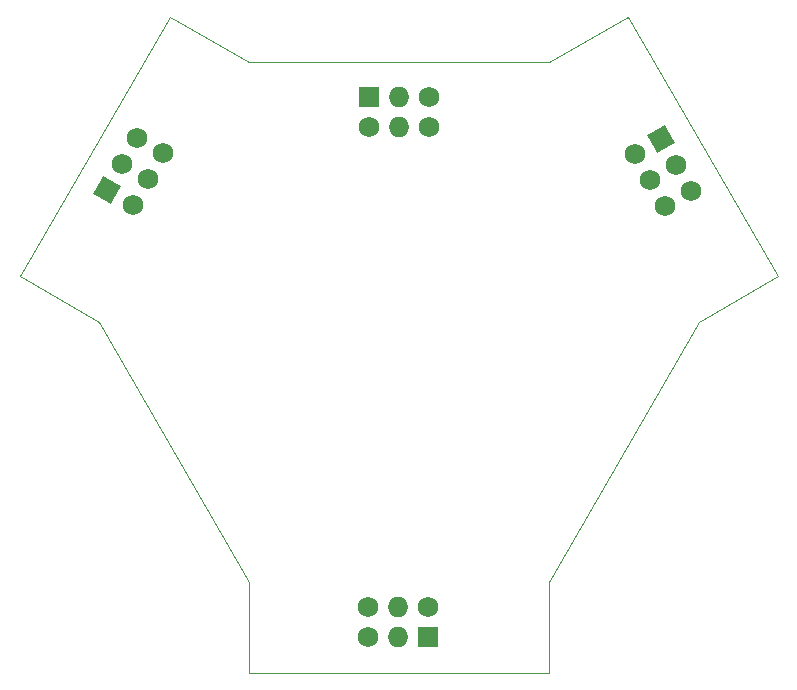
<source format=gbr>
G04 #@! TF.GenerationSoftware,KiCad,Pcbnew,(6.99.0-2452-gdb4f2d9dd8)*
G04 #@! TF.CreationDate,2022-07-29T14:02:10-05:00*
G04 #@! TF.ProjectId,VORTAC SAO Board,564f5254-4143-4205-9341-4f20426f6172,rev?*
G04 #@! TF.SameCoordinates,Original*
G04 #@! TF.FileFunction,Soldermask,Top*
G04 #@! TF.FilePolarity,Negative*
%FSLAX46Y46*%
G04 Gerber Fmt 4.6, Leading zero omitted, Abs format (unit mm)*
G04 Created by KiCad (PCBNEW (6.99.0-2452-gdb4f2d9dd8)) date 2022-07-29 14:02:10*
%MOMM*%
%LPD*%
G01*
G04 APERTURE LIST*
G04 Aperture macros list*
%AMHorizOval*
0 Thick line with rounded ends*
0 $1 width*
0 $2 $3 position (X,Y) of the first rounded end (center of the circle)*
0 $4 $5 position (X,Y) of the second rounded end (center of the circle)*
0 Add line between two ends*
20,1,$1,$2,$3,$4,$5,0*
0 Add two circle primitives to create the rounded ends*
1,1,$1,$2,$3*
1,1,$1,$4,$5*%
%AMRotRect*
0 Rectangle, with rotation*
0 The origin of the aperture is its center*
0 $1 length*
0 $2 width*
0 $3 Rotation angle, in degrees counterclockwise*
0 Add horizontal line*
21,1,$1,$2,0,0,$3*%
G04 Aperture macros list end*
%ADD10C,0.100000*%
%ADD11R,1.727200X1.727200*%
%ADD12C,1.727200*%
%ADD13O,1.727200X1.727200*%
%ADD14RotRect,1.727200X1.727200X210.000000*%
%ADD15HorizOval,1.727200X0.000000X0.000000X0.000000X0.000000X0*%
%ADD16RotRect,1.727200X1.727200X330.000000*%
%ADD17HorizOval,1.727200X0.000000X0.000000X0.000000X0.000000X0*%
G04 APERTURE END LIST*
D10*
X171786543Y-87579523D02*
X165100000Y-91440000D01*
X152400000Y-113437045D01*
X152400000Y-121158000D01*
X127000000Y-121158000D01*
X127000000Y-113437045D01*
X114300000Y-91440001D01*
X107613457Y-87579523D01*
X120313457Y-65582478D01*
X127000000Y-69442955D01*
X152400000Y-69442955D01*
X159086543Y-65582477D01*
X171786543Y-87579523D01*
D11*
X142179999Y-118089999D03*
D12*
X142180000Y-115550000D03*
D13*
X139639999Y-118089999D03*
X139639999Y-115549999D03*
D12*
X137100000Y-118090000D03*
X137100000Y-115550000D03*
D14*
X161894531Y-75967256D03*
D12*
X159694827Y-77237257D03*
D15*
X163164531Y-78166961D03*
X160964826Y-79436961D03*
D12*
X164434532Y-80366666D03*
X162234827Y-81636666D03*
D11*
X137219999Y-72409999D03*
D12*
X137220000Y-74950000D03*
D13*
X139759999Y-72409999D03*
X139759999Y-74949999D03*
D12*
X142300000Y-72410000D03*
X142300000Y-74950000D03*
D16*
X115011092Y-80291382D03*
D12*
X117210798Y-81561383D03*
D17*
X116281092Y-78091677D03*
X118480797Y-79361677D03*
D12*
X117551093Y-75891974D03*
X119750798Y-77161974D03*
M02*

</source>
